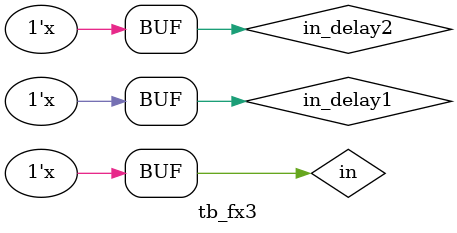
<source format=v>
`timescale 1ns / 1ps


module tb_fx3(

    );
    reg in;
    wire out;
    wire in_delay1;
    wire in_delay2;
    fx3_top uut(.in(in),.out(out),.in_delay1(in_delay1),.in_delay2(in_delay2));
    always #15 in=~in;
    assign #5 in_delay1 = in;
    assign #5 in_delay2 = in_delay1;
    initial begin
    in=0;
    end
endmodule

</source>
